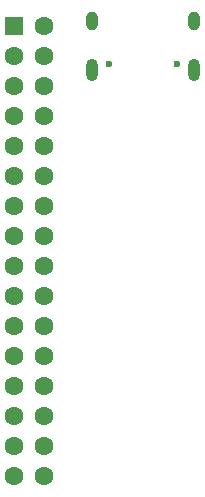
<source format=gbs>
G04 #@! TF.GenerationSoftware,KiCad,Pcbnew,8.0.1*
G04 #@! TF.CreationDate,2024-04-26T00:14:55-05:00*
G04 #@! TF.ProjectId,Final Projeco,46696e61-6c20-4507-926f-6a65636f2e6b,rev?*
G04 #@! TF.SameCoordinates,Original*
G04 #@! TF.FileFunction,Soldermask,Bot*
G04 #@! TF.FilePolarity,Negative*
%FSLAX46Y46*%
G04 Gerber Fmt 4.6, Leading zero omitted, Abs format (unit mm)*
G04 Created by KiCad (PCBNEW 8.0.1) date 2024-04-26 00:14:55*
%MOMM*%
%LPD*%
G01*
G04 APERTURE LIST*
%ADD10C,0.600000*%
%ADD11O,1.000000X1.900000*%
%ADD12O,1.000000X1.600000*%
%ADD13R,1.600000X1.600000*%
%ADD14C,1.600000*%
G04 APERTURE END LIST*
D10*
X40989918Y-21305004D03*
X35209882Y-21305258D03*
D11*
X42419941Y-21805131D03*
X33779859Y-21805131D03*
D12*
X33779859Y-17625044D03*
X42419941Y-17625044D03*
D13*
X27209997Y-18049962D03*
D14*
X29750003Y-18049962D03*
X27209997Y-20589967D03*
X29750003Y-20589967D03*
X27209997Y-23129972D03*
X29750003Y-23129972D03*
X27209997Y-25669977D03*
X29750003Y-25669977D03*
X27209997Y-28209982D03*
X29750003Y-28209982D03*
X27209997Y-30749987D03*
X29750003Y-30749987D03*
X27209997Y-33289992D03*
X29750003Y-33289992D03*
X27209997Y-35829997D03*
X29750003Y-35829997D03*
X27209997Y-38370003D03*
X29750003Y-38370003D03*
X27209997Y-40910008D03*
X29750003Y-40910008D03*
X27209997Y-43450013D03*
X29750003Y-43450013D03*
X27209997Y-45990018D03*
X29750003Y-45990018D03*
X27209997Y-48530023D03*
X29750003Y-48530023D03*
X27209997Y-51070028D03*
X29750003Y-51070028D03*
X27209997Y-53610033D03*
X29750003Y-53610033D03*
X27209997Y-56150038D03*
X29750003Y-56150038D03*
M02*

</source>
